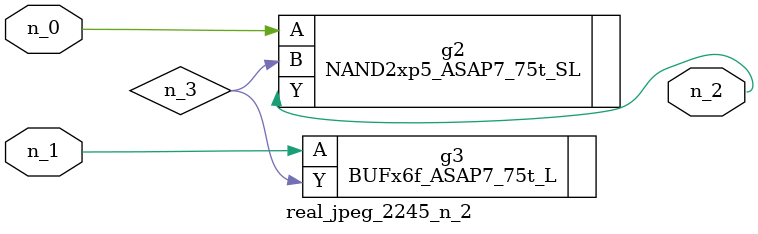
<source format=v>
module real_jpeg_2245_n_2 (n_1, n_0, n_2);

input n_1;
input n_0;

output n_2;

wire n_3;

NAND2xp5_ASAP7_75t_SL g2 ( 
.A(n_0),
.B(n_3),
.Y(n_2)
);

BUFx6f_ASAP7_75t_L g3 ( 
.A(n_1),
.Y(n_3)
);


endmodule
</source>
